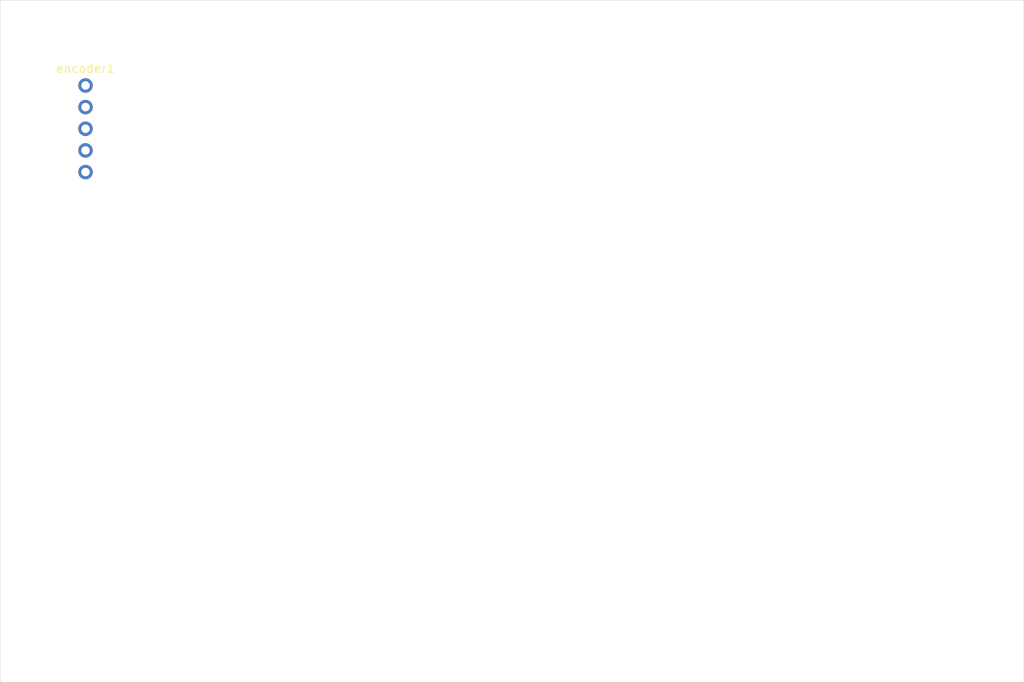
<source format=kicad_pcb>
(kicad_pcb (version 20240108) (generator sparkbench) (generator_version "1.0")
  (layers (0 F.Cu signal) (31 B.Cu signal) (36 B.SilkS user) (37 F.SilkS user) (38 B.Mask user) (39 F.Mask user) (44 Edge.Cuts user))
  (net 0 "")
  (net 1 Net-1)
  (net 2 Net-2)
  (net 3 Net-3)
  (net 4 Net-4)
  (net 5 Net-5)
  (gr_line (start 0 0) (end 120 0) (layer Edge.Cuts) (stroke (width 0.05)))
  (gr_line (start 120 0) (end 120 80) (layer Edge.Cuts) (stroke (width 0.05)))
  (gr_line (start 120 80) (end 0 80) (layer Edge.Cuts) (stroke (width 0.05)))
  (gr_line (start 0 80) (end 0 0) (layer Edge.Cuts) (stroke (width 0.05)))
  (footprint Header-1x05 (layer F.Cu) (at 10 10)
    (fp_text reference encoder1 (at 0 -2) (layer F.SilkS))
    (fp_text value Header-1x05)
    (pad encoder1:1 thru_hole circle (at 0 0) (size 1.7 1.7) (layers F.Cu B.Cu) (drill 1))
    (pad encoder1:2 thru_hole circle (at 0 2.54) (size 1.7 1.7) (layers F.Cu B.Cu) (drill 1))
    (pad encoder1:3 thru_hole circle (at 0 5.08) (size 1.7 1.7) (layers F.Cu B.Cu) (drill 1))
    (pad encoder1:4 thru_hole circle (at 0 7.62) (size 1.7 1.7) (layers F.Cu B.Cu) (drill 1))
    (pad encoder1:5 thru_hole circle (at 0 10.16) (size 1.7 1.7) (layers F.Cu B.Cu) (drill 1))
  )
)
</source>
